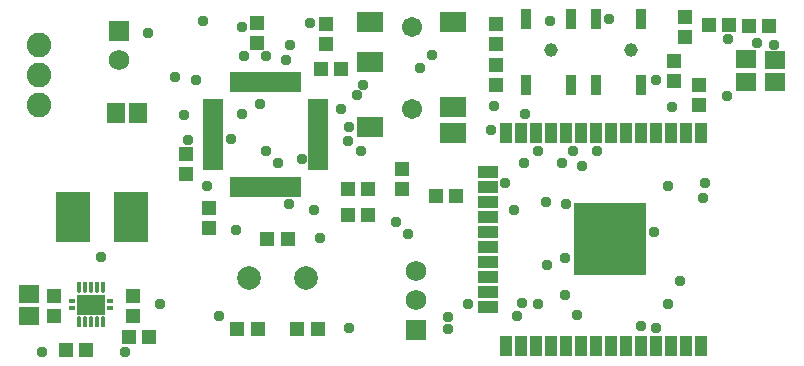
<source format=gts>
G04 EAGLE Gerber RS-274X export*
G04 #@! %TF.Part,Single*
G04 #@! %TF.FileFunction,Soldermask,Top,1*
G04 #@! %TF.FilePolarity,Positive*
G04 #@! %TF.GenerationSoftware,Autodesk,EAGLE,9.5.2*
G04 #@! %TF.CreationDate,2020-03-16T13:55:46Z*
G75*
%MOMM*%
%FSLAX34Y34*%
%LPD*%
%INSoldermask Top*%
%IPPOS*%
%AMOC8*
5,1,8,0,0,1.08239X$1,22.5*%
G01*
%ADD10R,1.303200X1.203200*%
%ADD11R,1.203200X1.303200*%
%ADD12R,1.503200X1.703200*%
%ADD13R,1.703200X1.503200*%
%ADD14R,1.727200X1.727200*%
%ADD15C,1.727200*%
%ADD16C,0.350400*%
%ADD17R,0.600000X0.300000*%
%ADD18R,2.450000X1.700000*%
%ADD19R,0.350000X0.760000*%
%ADD20C,0.553200*%
%ADD21C,1.153200*%
%ADD22R,2.971800X4.191000*%
%ADD23R,0.965200X1.727200*%
%ADD24C,2.082800*%
%ADD25R,1.103200X1.703200*%
%ADD26R,1.703200X1.103200*%
%ADD27R,6.203200X6.203200*%
%ADD28R,1.703200X0.503200*%
%ADD29R,0.503200X1.703200*%
%ADD30C,2.003200*%
%ADD31R,2.203200X1.703200*%
%ADD32C,1.703200*%
%ADD33C,0.959600*%
%ADD34R,1.259600X1.259600*%


D10*
X67400Y21600D03*
X50400Y21600D03*
X246300Y38900D03*
X263300Y38900D03*
D11*
X270500Y280200D03*
X270500Y297200D03*
X211700Y281600D03*
X211700Y298600D03*
D12*
X111500Y222300D03*
X92500Y222300D03*
D11*
X171700Y141800D03*
X171700Y124800D03*
D10*
X288800Y157300D03*
X305800Y157300D03*
X288800Y135300D03*
X305800Y135300D03*
D11*
X574500Y303300D03*
X574500Y286300D03*
D13*
X650800Y247900D03*
X650800Y266900D03*
D11*
X586700Y245800D03*
X586700Y228800D03*
D13*
X625800Y248400D03*
X625800Y267400D03*
X19200Y69000D03*
X19200Y50000D03*
D10*
X212500Y38900D03*
X195500Y38900D03*
D14*
X346400Y38600D03*
D15*
X346400Y63600D03*
X346400Y88600D03*
D14*
X95400Y291700D03*
D15*
X95400Y266700D03*
D16*
X81600Y71350D03*
X76600Y71350D03*
X71600Y71350D03*
X66600Y71350D03*
X61600Y71350D03*
X61600Y48050D03*
X66600Y48050D03*
X71600Y48050D03*
X76600Y48050D03*
X81600Y48050D03*
D17*
X87850Y56950D03*
X87850Y62450D03*
D18*
X71600Y59700D03*
D19*
X81600Y75150D03*
X76600Y75150D03*
X71600Y75150D03*
X66600Y75150D03*
X61600Y75150D03*
X61600Y44250D03*
X66600Y44250D03*
X71600Y44250D03*
X76600Y44250D03*
X81600Y44250D03*
D17*
X55350Y62450D03*
X55350Y56950D03*
D20*
X71600Y59700D03*
D21*
X461100Y275500D03*
X529100Y275500D03*
D22*
X105638Y134200D03*
X56362Y134200D03*
D10*
X40500Y50200D03*
X40500Y67200D03*
D11*
X628200Y295300D03*
X645200Y295300D03*
D10*
X414700Y263000D03*
X414700Y246000D03*
D11*
X611800Y296500D03*
X594800Y296500D03*
D10*
X414500Y297700D03*
X414500Y280700D03*
D11*
X380300Y151500D03*
X363300Y151500D03*
D10*
X565500Y249200D03*
X565500Y266200D03*
D11*
X120900Y32300D03*
X103900Y32300D03*
D10*
X107400Y50200D03*
X107400Y67200D03*
X151600Y170600D03*
X151600Y187600D03*
X334600Y157500D03*
X334600Y174500D03*
D11*
X237900Y115100D03*
X220900Y115100D03*
X283200Y259700D03*
X266200Y259700D03*
D23*
X439850Y245660D03*
X439850Y301540D03*
X477950Y245660D03*
X477950Y301540D03*
X498950Y245760D03*
X498950Y301640D03*
X537050Y245760D03*
X537050Y301640D03*
D24*
X27600Y280000D03*
X27600Y254600D03*
X27600Y229200D03*
D25*
X588000Y205000D03*
X575300Y205000D03*
X562600Y205000D03*
X549900Y205000D03*
X537200Y205000D03*
X524500Y205000D03*
X511800Y205000D03*
X499100Y205000D03*
X486400Y205000D03*
X473700Y205000D03*
X461000Y205000D03*
X448300Y205000D03*
X435600Y205000D03*
X422900Y205000D03*
D26*
X408000Y172150D03*
X408000Y159450D03*
X408000Y146750D03*
X408000Y134050D03*
X408000Y121350D03*
X408000Y108650D03*
X408000Y95950D03*
X408000Y83250D03*
X408000Y70550D03*
X408000Y57850D03*
D25*
X422900Y25000D03*
X435600Y25000D03*
X448300Y25000D03*
X461000Y25000D03*
X473700Y25000D03*
X486400Y25000D03*
X499100Y25000D03*
X511800Y25000D03*
X524500Y25000D03*
X537200Y25000D03*
X549900Y25000D03*
X562600Y25000D03*
X575300Y25000D03*
X588000Y25000D03*
D27*
X511000Y115000D03*
D28*
X174900Y231500D03*
X174900Y226500D03*
X174900Y221500D03*
X174900Y216500D03*
X174900Y211500D03*
X174900Y206500D03*
X174900Y201500D03*
X174900Y196500D03*
X174900Y191500D03*
X174900Y186500D03*
X174900Y181500D03*
X174900Y176500D03*
D29*
X191900Y159500D03*
X196900Y159500D03*
X201900Y159500D03*
X206900Y159500D03*
X211900Y159500D03*
X216900Y159500D03*
X221900Y159500D03*
X226900Y159500D03*
X231900Y159500D03*
X236900Y159500D03*
X241900Y159500D03*
X246900Y159500D03*
D28*
X263900Y176500D03*
X263900Y181500D03*
X263900Y186500D03*
X263900Y191500D03*
X263900Y196500D03*
X263900Y201500D03*
X263900Y206500D03*
X263900Y211500D03*
X263900Y216500D03*
X263900Y221500D03*
X263900Y226500D03*
X263900Y231500D03*
D29*
X246900Y248500D03*
X241900Y248500D03*
X236900Y248500D03*
X231900Y248500D03*
X226900Y248500D03*
X221900Y248500D03*
X216900Y248500D03*
X211900Y248500D03*
X206900Y248500D03*
X201900Y248500D03*
X196900Y248500D03*
X191900Y248500D03*
D30*
X253530Y82000D03*
X205270Y82000D03*
D31*
X308000Y299000D03*
X378000Y299000D03*
X308000Y265000D03*
X378000Y227000D03*
X378000Y205000D03*
X308000Y210000D03*
D32*
X343000Y295000D03*
X343000Y225000D03*
D33*
X650000Y280000D03*
X100000Y20000D03*
X80000Y100000D03*
X30000Y20000D03*
X290000Y40000D03*
X570000Y80000D03*
X340000Y120000D03*
X330000Y130000D03*
X456500Y146500D03*
X472694Y99000D03*
X635000Y281000D03*
X509735Y301905D03*
X460000Y300000D03*
X170000Y160000D03*
X180000Y50000D03*
X194000Y123000D03*
X166000Y300000D03*
X199000Y295000D03*
X257000Y298000D03*
X283000Y225000D03*
X239000Y144694D03*
X610000Y236594D03*
X591000Y163000D03*
X560000Y160000D03*
X548306Y121000D03*
X422000Y163000D03*
X160000Y250000D03*
D34*
X520000Y100000D03*
X500000Y120000D03*
D33*
X120000Y290000D03*
D34*
X520000Y120000D03*
X500000Y100000D03*
D33*
X500000Y190000D03*
X150000Y220000D03*
X154000Y199000D03*
X260000Y140000D03*
X230000Y179853D03*
X130000Y60000D03*
X142300Y252300D03*
X201011Y270700D03*
X220000Y270000D03*
X240000Y279300D03*
X413000Y228000D03*
X550000Y250000D03*
X590000Y150000D03*
X360000Y271000D03*
X215000Y230000D03*
X297000Y237000D03*
X350000Y260000D03*
X302000Y246000D03*
X237000Y267000D03*
X199000Y221000D03*
X457677Y93677D03*
X290000Y210000D03*
X473000Y67694D03*
X289000Y198000D03*
X560000Y60000D03*
X300000Y190000D03*
X483000Y51000D03*
X450000Y60000D03*
X190000Y200000D03*
X436000Y61000D03*
X220000Y190000D03*
X432000Y50000D03*
X250000Y183000D03*
X450000Y190000D03*
X410000Y208000D03*
X470000Y180000D03*
X487476Y177476D03*
X474000Y144994D03*
X429806Y140000D03*
X438000Y180000D03*
X439000Y220899D03*
X391000Y60000D03*
X563000Y227000D03*
X610517Y284517D03*
X480000Y190000D03*
X550000Y40000D03*
X374000Y39000D03*
X537000Y42000D03*
X374000Y49000D03*
X265000Y116000D03*
M02*

</source>
